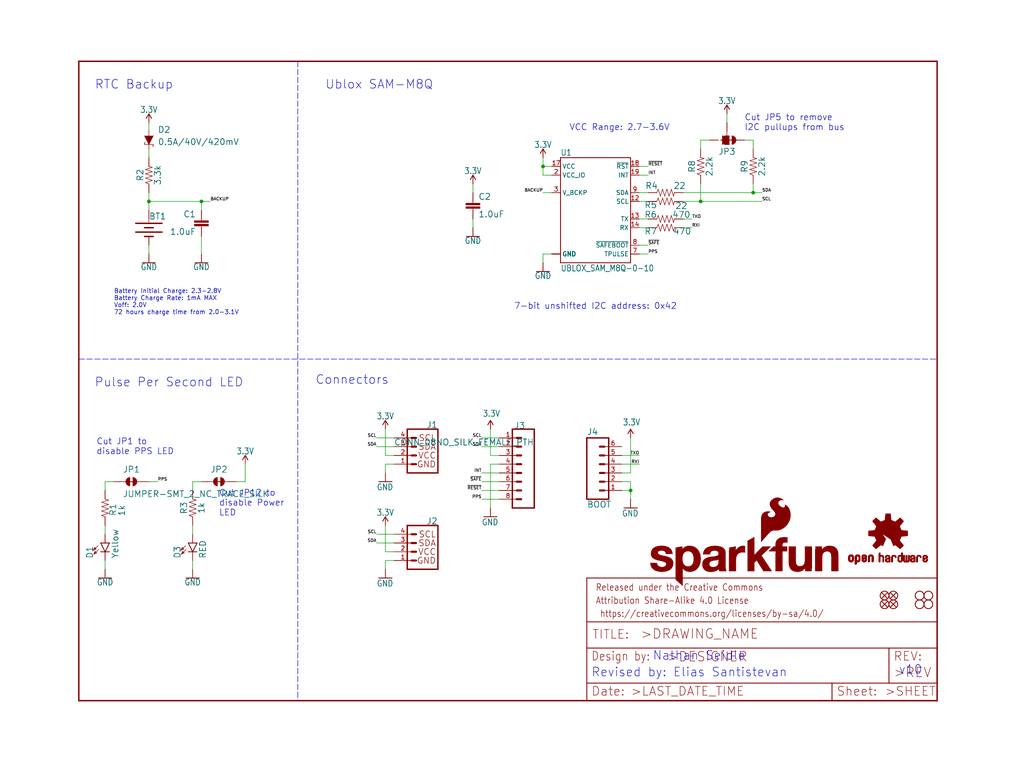
<source format=kicad_sch>
(kicad_sch (version 20211123) (generator eeschema)
  (paper "User" 297.002 223.926)
  (lib_symbols
    (symbol "schematicEagle-eagle-import:1.0UF-0603-16V-10%"
      (property "Reference" "C" (at 1.524 2.921 0))
      (property "Value" "1.0UF-0603-16V-10%" (at 1.524 -2.159 0))
      (symbol "1.0UF-0603-16V-10%_1_0"
        (pin passive line (at 0 5.08 270) (length 2.54) (name "1") (number "1"))
        (pin passive line (at 0 -2.54 90) (length 2.54) (name "2") (number "2"))
      )
    )
    (symbol "schematicEagle-eagle-import:1KOHM-0603-1{slash}10W-1%"
      (property "Reference" "R" (at 0 1.524 0))
      (property "Value" "1KOHM-0603-1{slash}10W-1%" (at 0 -1.524 0))
      (symbol "1KOHM-0603-1{slash}10W-1%_1_0"
        (pin passive line (at -5.08 0 0) (length 2.54) (name "1") (number "1"))
        (pin passive line (at 5.08 0 180) (length 2.54) (name "2") (number "2"))
      )
    )
    (symbol "schematicEagle-eagle-import:2.2KOHM-0603-1{slash}10W-1%"
      (property "Reference" "R" (at 0 1.524 0))
      (property "Value" "2.2KOHM-0603-1{slash}10W-1%" (at 0 -1.524 0))
      (symbol "2.2KOHM-0603-1{slash}10W-1%_1_0"
        (pin passive line (at -5.08 0 0) (length 2.54) (name "1") (number "1"))
        (pin passive line (at 5.08 0 180) (length 2.54) (name "2") (number "2"))
      )
    )
    (symbol "schematicEagle-eagle-import:22OHM-0603-1{slash}10W-1%"
      (property "Reference" "R" (at 0 1.524 0))
      (property "Value" "22OHM-0603-1{slash}10W-1%" (at 0 -1.524 0))
      (symbol "22OHM-0603-1{slash}10W-1%_1_0"
        (pin passive line (at -5.08 0 0) (length 2.54) (name "1") (number "1"))
        (pin passive line (at 5.08 0 180) (length 2.54) (name "2") (number "2"))
      )
    )
    (symbol "schematicEagle-eagle-import:3.3KOHM-0603-1{slash}10W-1%"
      (property "Reference" "R" (at 0 1.524 0))
      (property "Value" "3.3KOHM-0603-1{slash}10W-1%" (at 0 -1.524 0))
      (symbol "3.3KOHM-0603-1{slash}10W-1%_1_0"
        (pin passive line (at -5.08 0 0) (length 2.54) (name "1") (number "1"))
        (pin passive line (at 5.08 0 180) (length 2.54) (name "2") (number "2"))
      )
    )
    (symbol "schematicEagle-eagle-import:3.3V" (power)
      (property "Value" "3.3V" (at 0 2.794 0))
      (symbol "3.3V_1_0"
        (pin power_in line (at 0 0 90) (length 2.54) (name "3.3V") (number "1"))
      )
    )
    (symbol "schematicEagle-eagle-import:470OHM-0603-1{slash}10W-1%"
      (property "Reference" "R" (at 0 1.524 0))
      (property "Value" "470OHM-0603-1{slash}10W-1%" (at 0 -1.524 0))
      (symbol "470OHM-0603-1{slash}10W-1%_1_0"
        (pin passive line (at -5.08 0 0) (length 2.54) (name "1") (number "1"))
        (pin passive line (at 5.08 0 180) (length 2.54) (name "2") (number "2"))
      )
    )
    (symbol "schematicEagle-eagle-import:CONN_06NO_SILK_NO_POP"
      (property "Reference" "J" (at -5.08 10.668 0))
      (property "Value" "CONN_06NO_SILK_NO_POP" (at -5.08 -9.906 0))
      (symbol "CONN_06NO_SILK_NO_POP_1_0"
        (pin passive line (at 5.08 -5.08 180) (length 5.08) (name "1") (number "1"))
        (pin passive line (at 5.08 -2.54 180) (length 5.08) (name "2") (number "2"))
        (pin passive line (at 5.08 0 180) (length 5.08) (name "3") (number "3"))
        (pin passive line (at 5.08 2.54 180) (length 5.08) (name "4") (number "4"))
        (pin passive line (at 5.08 5.08 180) (length 5.08) (name "5") (number "5"))
        (pin passive line (at 5.08 7.62 180) (length 5.08) (name "6") (number "6"))
      )
    )
    (symbol "schematicEagle-eagle-import:CONN_08NO_SILK_FEMALE_PTH"
      (property "Reference" "J" (at -5.08 13.208 0))
      (property "Value" "CONN_08NO_SILK_FEMALE_PTH" (at -5.08 -12.446 0))
      (symbol "CONN_08NO_SILK_FEMALE_PTH_1_0"
        (pin passive line (at 5.08 -7.62 180) (length 5.08) (name "1") (number "1"))
        (pin passive line (at 5.08 -5.08 180) (length 5.08) (name "2") (number "2"))
        (pin passive line (at 5.08 -2.54 180) (length 5.08) (name "3") (number "3"))
        (pin passive line (at 5.08 0 180) (length 5.08) (name "4") (number "4"))
        (pin passive line (at 5.08 2.54 180) (length 5.08) (name "5") (number "5"))
        (pin passive line (at 5.08 5.08 180) (length 5.08) (name "6") (number "6"))
        (pin passive line (at 5.08 7.62 180) (length 5.08) (name "7") (number "7"))
        (pin passive line (at 5.08 10.16 180) (length 5.08) (name "8") (number "8"))
      )
    )
    (symbol "schematicEagle-eagle-import:DIODE-SCHOTTKY-PMEG4005EJ"
      (property "Reference" "D" (at -2.54 2.032 0))
      (property "Value" "DIODE-SCHOTTKY-PMEG4005EJ" (at -2.54 -2.032 0))
      (symbol "DIODE-SCHOTTKY-PMEG4005EJ_1_0"
        (pin passive line (at -2.54 0 0) (length 0) (name "A") (number "A"))
        (pin passive line (at 2.54 0 180) (length 0) (name "C") (number "C"))
      )
    )
    (symbol "schematicEagle-eagle-import:FIDUCIALUFIDUCIAL")
    (symbol "schematicEagle-eagle-import:FRAME-LETTER"
      (symbol "FRAME-LETTER_2_0"
        (text " https://creativecommons.org/licenses/by-sa/4.0/" (at 2.54 24.13 0) (effects (font (size 1.9304 1.6408)) (justify left bottom)))
        (text ">DESIGNER" (at 23.114 11.176 0) (effects (font (size 2.7432 2.7432)) (justify left bottom)))
        (text ">DRAWING_NAME" (at 15.494 17.78 0) (effects (font (size 2.7432 2.7432)) (justify left bottom)))
        (text ">LAST_DATE_TIME" (at 12.7 1.27 0) (effects (font (size 2.54 2.54)) (justify left bottom)))
        (text ">REV" (at 88.9 6.604 0) (effects (font (size 2.7432 2.7432)) (justify left bottom)))
        (text ">SHEET" (at 86.36 1.27 0) (effects (font (size 2.54 2.54)) (justify left bottom)))
        (text "Attribution Share-Alike 4.0 License" (at 2.54 27.94 0) (effects (font (size 1.9304 1.6408)) (justify left bottom)))
        (text "Date:" (at 1.27 1.27 0) (effects (font (size 2.54 2.54)) (justify left bottom)))
        (text "Design by:" (at 1.27 11.43 0) (effects (font (size 2.54 2.159)) (justify left bottom)))
        (text "Released under the Creative Commons" (at 2.54 31.75 0) (effects (font (size 1.9304 1.6408)) (justify left bottom)))
        (text "REV:" (at 88.9 11.43 0) (effects (font (size 2.54 2.54)) (justify left bottom)))
        (text "Sheet:" (at 72.39 1.27 0) (effects (font (size 2.54 2.54)) (justify left bottom)))
        (text "TITLE:" (at 1.524 17.78 0) (effects (font (size 2.54 2.54)) (justify left bottom)))
      )
    )
    (symbol "schematicEagle-eagle-import:GND" (power)
      (property "Value" "GND" (at 0 -0.254 0))
      (symbol "GND_1_0"
        (pin power_in line (at 0 2.54 270) (length 2.54) (name "GND") (number "1"))
      )
    )
    (symbol "schematicEagle-eagle-import:I2C_STANDARDQWIIC"
      (property "Reference" "J" (at -5.08 7.874 0))
      (property "Value" "I2C_STANDARDQWIIC" (at -5.08 -5.334 0))
      (symbol "I2C_STANDARDQWIIC_1_0"
        (text "GND" (at -4.572 -2.54 0) (effects (font (size 1.778 1.778)) (justify left)))
        (text "SCL" (at -4.572 5.08 0) (effects (font (size 1.778 1.778)) (justify left)))
        (text "SDA" (at -4.572 2.54 0) (effects (font (size 1.778 1.778)) (justify left)))
        (text "VCC" (at -4.572 0 0) (effects (font (size 1.778 1.778)) (justify left)))
        (pin power_in line (at 7.62 -2.54 180) (length 5.08) (name "1") (number "1"))
        (pin power_in line (at 7.62 0 180) (length 5.08) (name "2") (number "2"))
        (pin passive line (at 7.62 2.54 180) (length 5.08) (name "3") (number "3"))
        (pin passive line (at 7.62 5.08 180) (length 5.08) (name "4") (number "4"))
      )
    )
    (symbol "schematicEagle-eagle-import:JUMPER-SMT_2_NC_TRACE_SILK"
      (property "Reference" "JP" (at -2.54 2.54 0))
      (property "Value" "JUMPER-SMT_2_NC_TRACE_SILK" (at -2.54 -2.54 0))
      (symbol "JUMPER-SMT_2_NC_TRACE_SILK_1_0"
        (pin passive line (at -5.08 0 0) (length 2.54) (name "1") (number "1"))
        (pin passive line (at 5.08 0 180) (length 2.54) (name "2") (number "2"))
      )
    )
    (symbol "schematicEagle-eagle-import:JUMPER-SMT_3_2-NC_TRACE_SILK"
      (property "Reference" "JP" (at 2.54 0.381 0))
      (property "Value" "JUMPER-SMT_3_2-NC_TRACE_SILK" (at 2.54 -0.381 0))
      (symbol "JUMPER-SMT_3_2-NC_TRACE_SILK_1_0"
        (pin passive line (at 0 5.08 270) (length 2.54) (name "1") (number "1"))
        (pin passive line (at -5.08 0 0) (length 2.54) (name "2") (number "2"))
        (pin passive line (at 0 -5.08 90) (length 2.54) (name "3") (number "3"))
      )
    )
    (symbol "schematicEagle-eagle-import:LED-RED0603"
      (property "Reference" "D" (at -3.429 -4.572 90))
      (property "Value" "LED-RED0603" (at 1.905 -4.572 90))
      (symbol "LED-RED0603_1_0"
        (pin passive line (at 0 2.54 270) (length 2.54) (name "A") (number "A"))
        (pin passive line (at 0 -5.08 90) (length 2.54) (name "C") (number "C"))
      )
    )
    (symbol "schematicEagle-eagle-import:LED-YELLOW0603"
      (property "Reference" "D" (at -3.429 -4.572 90))
      (property "Value" "LED-YELLOW0603" (at 1.905 -4.572 90))
      (symbol "LED-YELLOW0603_1_0"
        (pin passive line (at 0 2.54 270) (length 2.54) (name "A") (number "A"))
        (pin passive line (at 0 -5.08 90) (length 2.54) (name "C") (number "C"))
      )
    )
    (symbol "schematicEagle-eagle-import:ML414H_IV01E_BATTERY"
      (property "Reference" "BT" (at 0 4.318 0))
      (property "Value" "ML414H_IV01E_BATTERY" (at 0 -4.318 0))
      (symbol "ML414H_IV01E_BATTERY_1_0"
        (pin power_in line (at -5.08 0 0) (length 2.54) (name "+") (number "+"))
        (pin power_in line (at 5.08 0 180) (length 2.54) (name "-") (number "-"))
      )
    )
    (symbol "schematicEagle-eagle-import:OSHW-LOGOM")
    (symbol "schematicEagle-eagle-import:SFE_LOGO_NAME_FLAME.2_INCH")
    (symbol "schematicEagle-eagle-import:STAND-OFF")
    (symbol "schematicEagle-eagle-import:UBLOX_SAM_M8Q-0-10"
      (property "Reference" "U" (at -10.16 15.748 0))
      (property "Value" "UBLOX_SAM_M8Q-0-10" (at -10.16 -17.78 0))
      (symbol "UBLOX_SAM_M8Q-0-10_1_0"
        (pin bidirectional line (at -12.7 -12.7 0) (length 2.54) (name "GND") (number "1"))
        (pin bidirectional line (at -12.7 -12.7 0) (length 2.54) (name "GND") (number "10"))
        (pin bidirectional line (at -12.7 -12.7 0) (length 2.54) (name "GND") (number "11"))
        (pin bidirectional line (at 12.7 2.54 180) (length 2.54) (name "SCL") (number "12"))
        (pin bidirectional line (at 12.7 -2.54 180) (length 2.54) (name "TX") (number "13"))
        (pin bidirectional line (at 12.7 -5.08 180) (length 2.54) (name "RX") (number "14"))
        (pin bidirectional line (at -12.7 -12.7 0) (length 2.54) (name "GND") (number "15"))
        (pin bidirectional line (at -12.7 -12.7 0) (length 2.54) (name "GND") (number "16"))
        (pin bidirectional line (at -12.7 12.7 0) (length 2.54) (name "VCC") (number "17"))
        (pin bidirectional line (at 12.7 12.7 180) (length 2.54) (name "~{RST}") (number "18"))
        (pin bidirectional line (at 12.7 10.16 180) (length 2.54) (name "INT") (number "19"))
        (pin bidirectional line (at -12.7 10.16 0) (length 2.54) (name "VCC_IO") (number "2"))
        (pin bidirectional line (at -12.7 -12.7 0) (length 2.54) (name "GND") (number "20"))
        (pin bidirectional line (at -12.7 5.08 0) (length 2.54) (name "V_BCKP") (number "3"))
        (pin bidirectional line (at -12.7 -12.7 0) (length 2.54) (name "GND") (number "4"))
        (pin bidirectional line (at -12.7 -12.7 0) (length 2.54) (name "GND") (number "5"))
        (pin bidirectional line (at -12.7 -12.7 0) (length 2.54) (name "GND") (number "6"))
        (pin bidirectional line (at 12.7 -12.7 180) (length 2.54) (name "TPULSE") (number "7"))
        (pin bidirectional line (at 12.7 -10.16 180) (length 2.54) (name "~{SAFEBOOT}") (number "8"))
        (pin bidirectional line (at 12.7 5.08 180) (length 2.54) (name "SDA") (number "9"))
      )
    )
  )
  (junction (at 58.42 58.42))
  (junction (at 182.88 142.24))
  (junction (at 157.48 48.26))
  (junction (at 203.2 58.42))
  (junction (at 218.44 55.88))
  (junction (at 43.18 58.42))
  (wire (pts (xy 144.78 132.08) (xy 142.24 132.08)))
  (wire (pts (xy 43.18 58.42) (xy 43.18 60.96)))
  (wire (pts (xy 114.3 157.48) (xy 109.22 157.48)))
  (wire (pts (xy 180.34 132.08) (xy 185.42 132.08)))
  (wire (pts (xy 157.48 73.66) (xy 157.48 76.2)))
  (wire (pts (xy 144.78 144.78) (xy 139.7 144.78)))
  (wire (pts (xy 203.2 53.34) (xy 203.2 58.42)))
  (wire (pts (xy 114.3 154.94) (xy 109.22 154.94)))
  (wire (pts (xy 187.96 58.42) (xy 185.42 58.42)))
  (wire (pts (xy 137.16 66.04) (xy 137.16 63.5)))
  (wire (pts (xy 144.78 127) (xy 139.7 127)))
  (wire (pts (xy 185.42 48.26) (xy 187.96 48.26)))
  (wire (pts (xy 185.42 63.5) (xy 187.96 63.5)))
  (wire (pts (xy 30.48 152.4) (xy 30.48 154.94)))
  (wire (pts (xy 210.82 33.02) (xy 210.82 35.56)))
  (wire (pts (xy 114.3 127) (xy 109.22 127)))
  (wire (pts (xy 58.42 68.58) (xy 58.42 73.66)))
  (wire (pts (xy 182.88 142.24) (xy 182.88 144.78)))
  (wire (pts (xy 144.78 142.24) (xy 139.7 142.24)))
  (wire (pts (xy 160.02 50.8) (xy 157.48 50.8)))
  (wire (pts (xy 58.42 58.42) (xy 43.18 58.42)))
  (wire (pts (xy 43.18 139.7) (xy 45.72 139.7)))
  (wire (pts (xy 68.58 139.7) (xy 71.12 139.7)))
  (wire (pts (xy 160.02 55.88) (xy 157.48 55.88)))
  (wire (pts (xy 55.88 142.24) (xy 55.88 139.7)))
  (wire (pts (xy 111.76 162.56) (xy 111.76 165.1)))
  (wire (pts (xy 198.12 66.04) (xy 200.66 66.04)))
  (wire (pts (xy 180.34 137.16) (xy 182.88 137.16)))
  (wire (pts (xy 144.78 129.54) (xy 139.7 129.54)))
  (wire (pts (xy 218.44 40.64) (xy 215.9 40.64)))
  (wire (pts (xy 114.3 132.08) (xy 111.76 132.08)))
  (wire (pts (xy 185.42 66.04) (xy 187.96 66.04)))
  (wire (pts (xy 157.48 48.26) (xy 160.02 48.26)))
  (wire (pts (xy 160.02 73.66) (xy 157.48 73.66)))
  (wire (pts (xy 142.24 134.62) (xy 142.24 147.32)))
  (wire (pts (xy 137.16 53.34) (xy 137.16 55.88)))
  (wire (pts (xy 114.3 129.54) (xy 109.22 129.54)))
  (wire (pts (xy 144.78 134.62) (xy 142.24 134.62)))
  (wire (pts (xy 58.42 58.42) (xy 58.42 60.96)))
  (wire (pts (xy 187.96 55.88) (xy 185.42 55.88)))
  (wire (pts (xy 218.44 55.88) (xy 220.98 55.88)))
  (wire (pts (xy 71.12 139.7) (xy 71.12 134.62)))
  (polyline (pts (xy 86.36 17.78) (xy 86.36 203.2)))
  (wire (pts (xy 58.42 58.42) (xy 60.96 58.42)))
  (wire (pts (xy 111.76 132.08) (xy 111.76 124.46)))
  (wire (pts (xy 218.44 43.18) (xy 218.44 40.64)))
  (wire (pts (xy 198.12 55.88) (xy 218.44 55.88)))
  (wire (pts (xy 185.42 71.12) (xy 187.96 71.12)))
  (wire (pts (xy 185.42 50.8) (xy 187.96 50.8)))
  (wire (pts (xy 157.48 45.72) (xy 157.48 48.26)))
  (wire (pts (xy 203.2 58.42) (xy 220.98 58.42)))
  (wire (pts (xy 33.02 139.7) (xy 30.48 139.7)))
  (wire (pts (xy 198.12 58.42) (xy 203.2 58.42)))
  (wire (pts (xy 144.78 137.16) (xy 139.7 137.16)))
  (wire (pts (xy 180.34 139.7) (xy 182.88 139.7)))
  (wire (pts (xy 114.3 160.02) (xy 111.76 160.02)))
  (wire (pts (xy 203.2 43.18) (xy 203.2 40.64)))
  (wire (pts (xy 43.18 43.18) (xy 43.18 45.72)))
  (wire (pts (xy 111.76 160.02) (xy 111.76 152.4)))
  (wire (pts (xy 185.42 73.66) (xy 187.96 73.66)))
  (wire (pts (xy 55.88 165.1) (xy 55.88 162.56)))
  (wire (pts (xy 142.24 132.08) (xy 142.24 124.46)))
  (wire (pts (xy 180.34 134.62) (xy 185.42 134.62)))
  (wire (pts (xy 218.44 53.34) (xy 218.44 55.88)))
  (wire (pts (xy 43.18 71.12) (xy 43.18 73.66)))
  (wire (pts (xy 144.78 139.7) (xy 139.7 139.7)))
  (polyline (pts (xy 22.86 104.14) (xy 271.78 104.14)))
  (wire (pts (xy 114.3 162.56) (xy 111.76 162.56)))
  (wire (pts (xy 114.3 134.62) (xy 111.76 134.62)))
  (wire (pts (xy 30.48 162.56) (xy 30.48 165.1)))
  (wire (pts (xy 55.88 139.7) (xy 58.42 139.7)))
  (wire (pts (xy 30.48 139.7) (xy 30.48 142.24)))
  (wire (pts (xy 182.88 139.7) (xy 182.88 142.24)))
  (wire (pts (xy 55.88 154.94) (xy 55.88 152.4)))
  (wire (pts (xy 43.18 35.56) (xy 43.18 38.1)))
  (wire (pts (xy 182.88 137.16) (xy 182.88 127)))
  (wire (pts (xy 198.12 63.5) (xy 200.66 63.5)))
  (wire (pts (xy 180.34 142.24) (xy 182.88 142.24)))
  (wire (pts (xy 203.2 40.64) (xy 205.74 40.64)))
  (wire (pts (xy 157.48 50.8) (xy 157.48 48.26)))
  (wire (pts (xy 43.18 55.88) (xy 43.18 58.42)))
  (wire (pts (xy 111.76 134.62) (xy 111.76 137.16)))
  (text "RTC Backup" (at 38.862 24.638 180) (effects (font (size 2.54 2.54))))
  (text "Cut JP12 to\ndisable Power\nLED" (at 63.5 149.86 180) (effects (font (size 1.778 1.778)) (justify left bottom)))
  (text "Revised by: Elias Santistevan" (at 171.45 196.596 180) (effects (font (size 2.54 2.54)) (justify left bottom)))
  (text "v10" (at 260.604 195.834 180) (effects (font (size 2.54 2.54)) (justify left bottom)))
  (text "Nathan Seidle" (at 189.23 191.77 180) (effects (font (size 2.54 2.54)) (justify left bottom)))
  (text "Battery Initial Charge: 2.3-2.8V\nBattery Charge Rate: 1mA MAX\nVoff: 2.0V\n72 hours charge time from 2.0-3.1V" (at 33.02 91.44 0) (effects (font (size 1.27 1.27)) (justify left bottom)))
  (text "Pulse Per Second LED" (at 49.022 110.998 180) (effects (font (size 2.54 2.54))))
  (text "Ublox SAM-M8Q" (at 109.982 24.638 180) (effects (font (size 2.54 2.54))))
  (text "Connectors" (at 91.44 111.76 180) (effects (font (size 2.54 2.54)) (justify left bottom)))
  (text "Cut JP5 to remove\nI2C pullups from bus" (at 215.9 38.1 180) (effects (font (size 1.778 1.778)) (justify left bottom)))
  (text "7-bit unshifted I2C address: 0x42" (at 172.72 88.9 180) (effects (font (size 1.778 1.778))))
  (text "VCC Range: 2.7-3.6V" (at 165.1 38.1 180) (effects (font (size 1.778 1.778)) (justify left bottom)))
  (text "Cut JP1 to\ndisable PPS LED" (at 27.94 132.08 180) (effects (font (size 1.778 1.778)) (justify left bottom)))
  (label "~{SAFE}" (at 187.96 71.12 0) (effects (font (size 0.889 0.889))))
  (label "TXO" (at 185.42 132.08 180) (effects (font (size 0.889 0.889))))
  (label "SCL" (at 220.98 58.42 0) (effects (font (size 0.889 0.889))))
  (label "INT" (at 187.96 50.8 0) (effects (font (size 0.889 0.889))))
  (label "SDA" (at 109.22 129.54 180) (effects (font (size 0.889 0.889))))
  (label "~{RESET}" (at 139.7 142.24 180) (effects (font (size 0.889 0.889))))
  (label "PPS" (at 187.96 73.66 0) (effects (font (size 0.889 0.889))))
  (label "~{SAFE}" (at 139.7 139.7 180) (effects (font (size 0.889 0.889))))
  (label "SDA" (at 109.22 157.48 180) (effects (font (size 0.889 0.889))))
  (label "SCL" (at 109.22 154.94 180) (effects (font (size 0.889 0.889))))
  (label "SDA" (at 220.98 55.88 0) (effects (font (size 0.889 0.889))))
  (label "PPS" (at 139.7 144.78 180) (effects (font (size 0.889 0.889))))
  (label "INT" (at 139.7 137.16 180) (effects (font (size 0.889 0.889))))
  (label "TXO" (at 200.66 63.5 0) (effects (font (size 0.889 0.889))))
  (label "RXI" (at 200.66 66.04 0) (effects (font (size 0.889 0.889))))
  (label "RXI" (at 185.42 134.62 180) (effects (font (size 0.889 0.889))))
  (label "BACKUP" (at 60.96 58.42 0) (effects (font (size 0.889 0.889))))
  (label "SCL" (at 139.7 127 180) (effects (font (size 0.889 0.889))))
  (label "PPS" (at 45.72 139.7 0) (effects (font (size 0.889 0.889))))
  (label "BACKUP" (at 157.48 55.88 180) (effects (font (size 0.889 0.889))))
  (label "SDA" (at 139.7 129.54 180) (effects (font (size 0.889 0.889))))
  (label "~{RESET}" (at 187.96 48.26 0) (effects (font (size 0.889 0.889))))
  (label "SCL" (at 109.22 127 180) (effects (font (size 0.889 0.889))))
  (symbol (lib_id "schematicEagle-eagle-import:CONN_08NO_SILK_FEMALE_PTH") (at 149.86 134.62 180) (unit 1)
    (property "Reference" "J3" (at 152.4 122.428 0) (effects (font (size 1.778 1.778)) (justify left bottom)))
    (property "Value" "CONN_08NO_SILK_FEMALE_PTH" (at 154.94 127.254 0) (effects (font (size 1.778 1.778)) (justify left bottom)))
    (property "Footprint" "schematicEagle:1X08_NO_SILK" (effects hide))
  )
  (symbol (lib_id "schematicEagle-eagle-import:LED-YELLOW0603") (at 30.48 157.48 0) (unit 1)
    (property "Reference" "D1" (at 27.051 162.052 90) (effects (font (size 1.778 1.778)) (justify left bottom)))
    (property "Value" "Yellow" (at 32.385 162.052 90) (effects (font (size 1.778 1.778)) (justify left top)))
    (property "Footprint" "schematicEagle:LED-0603" (effects hide))
  )
  (symbol (lib_id "schematicEagle-eagle-import:3.3V") (at 43.18 35.56 0) (unit 1)
    (property "Reference" "#SUPPLY1" (effects hide))
    (property "Value" "3.3V" (at 43.18 32.766 0) (effects (font (size 1.778 1.5113)) (justify bottom)))
    (property "Footprint" "schematicEagle:" (effects hide))
  )
  (symbol (lib_id "schematicEagle-eagle-import:GND") (at 58.42 76.2 0) (unit 1)
    (property "Reference" "#GND4" (effects hide))
    (property "Value" "GND" (at 58.42 76.454 0) (effects (font (size 1.778 1.5113)) (justify top)))
    (property "Footprint" "schematicEagle:" (effects hide))
  )
  (symbol (lib_id "schematicEagle-eagle-import:STAND-OFF") (at 266.7 175.26 0) (unit 1)
    (property "Reference" "H2" (effects hide))
    (property "Value" "STAND-OFF" (effects hide))
    (property "Footprint" "schematicEagle:STAND-OFF" (effects hide))
  )
  (symbol (lib_id "schematicEagle-eagle-import:JUMPER-SMT_2_NC_TRACE_SILK") (at 63.5 139.7 0) (unit 1)
    (property "Reference" "JP2" (at 60.96 137.16 0) (effects (font (size 1.778 1.778)) (justify left bottom)))
    (property "Value" "JUMPER-SMT_2_NC_TRACE_SILK" (effects hide))
    (property "Footprint" "schematicEagle:SMT-JUMPER_2_NC_TRACE_SILK" (effects hide))
  )
  (symbol (lib_id "schematicEagle-eagle-import:3.3KOHM-0603-1{slash}10W-1%") (at 43.18 50.8 90) (unit 1)
    (property "Reference" "R2" (at 41.656 50.8 0) (effects (font (size 1.778 1.778)) (justify bottom)))
    (property "Value" "3.3k" (at 44.704 50.8 0) (effects (font (size 1.778 1.778)) (justify top)))
    (property "Footprint" "schematicEagle:0603" (effects hide))
  )
  (symbol (lib_id "schematicEagle-eagle-import:1KOHM-0603-1{slash}10W-1%") (at 55.88 147.32 90) (unit 1)
    (property "Reference" "R3" (at 54.356 147.32 0) (effects (font (size 1.778 1.778)) (justify bottom)))
    (property "Value" "1k" (at 57.404 147.32 0) (effects (font (size 1.778 1.778)) (justify top)))
    (property "Footprint" "schematicEagle:0603" (effects hide))
  )
  (symbol (lib_id "schematicEagle-eagle-import:STAND-OFF") (at 269.24 175.26 0) (unit 1)
    (property "Reference" "H4" (effects hide))
    (property "Value" "STAND-OFF" (effects hide))
    (property "Footprint" "schematicEagle:STAND-OFF" (effects hide))
  )
  (symbol (lib_id "schematicEagle-eagle-import:FRAME-LETTER") (at 170.18 203.2 0) (unit 2)
    (property "Reference" "FRAME1" (effects hide))
    (property "Value" "FRAME-LETTER" (effects hide))
    (property "Footprint" "schematicEagle:CREATIVE_COMMONS" (effects hide))
  )
  (symbol (lib_id "schematicEagle-eagle-import:FIDUCIALUFIDUCIAL") (at 259.08 172.72 0) (unit 1)
    (property "Reference" "FD3" (effects hide))
    (property "Value" "FIDUCIALUFIDUCIAL" (effects hide))
    (property "Footprint" "schematicEagle:FIDUCIAL-MICRO" (effects hide))
  )
  (symbol (lib_id "schematicEagle-eagle-import:3.3V") (at 142.24 124.46 0) (unit 1)
    (property "Reference" "#SUPPLY6" (effects hide))
    (property "Value" "3.3V" (at 139.954 120.904 0) (effects (font (size 1.778 1.5113)) (justify left bottom)))
    (property "Footprint" "schematicEagle:" (effects hide))
  )
  (symbol (lib_id "schematicEagle-eagle-import:3.3V") (at 111.76 152.4 0) (unit 1)
    (property "Reference" "#SUPPLY4" (effects hide))
    (property "Value" "3.3V" (at 111.76 149.606 0) (effects (font (size 1.778 1.5113)) (justify bottom)))
    (property "Footprint" "schematicEagle:" (effects hide))
  )
  (symbol (lib_id "schematicEagle-eagle-import:FRAME-LETTER") (at 22.86 203.2 0) (unit 1)
    (property "Reference" "FRAME1" (effects hide))
    (property "Value" "FRAME-LETTER" (effects hide))
    (property "Footprint" "schematicEagle:CREATIVE_COMMONS" (effects hide))
  )
  (symbol (lib_id "schematicEagle-eagle-import:DIODE-SCHOTTKY-PMEG4005EJ") (at 43.18 40.64 270) (unit 1)
    (property "Reference" "D2" (at 45.72 38.608 90) (effects (font (size 1.778 1.778)) (justify left bottom)))
    (property "Value" "0.5A/40V/420mV" (at 45.72 40.132 90) (effects (font (size 1.778 1.778)) (justify left top)))
    (property "Footprint" "schematicEagle:SOD-323" (effects hide))
  )
  (symbol (lib_id "schematicEagle-eagle-import:OSHW-LOGOM") (at 257.556 154.686 0) (unit 1)
    (property "Reference" "LOGO2" (effects hide))
    (property "Value" "OSHW-LOGOM" (effects hide))
    (property "Footprint" "schematicEagle:OSHW-LOGO-M" (effects hide))
  )
  (symbol (lib_id "schematicEagle-eagle-import:STAND-OFF") (at 269.24 172.72 0) (unit 1)
    (property "Reference" "H3" (effects hide))
    (property "Value" "STAND-OFF" (effects hide))
    (property "Footprint" "schematicEagle:STAND-OFF" (effects hide))
  )
  (symbol (lib_id "schematicEagle-eagle-import:LED-RED0603") (at 55.88 157.48 0) (unit 1)
    (property "Reference" "D3" (at 52.451 162.052 90) (effects (font (size 1.778 1.778)) (justify left bottom)))
    (property "Value" "RED" (at 57.785 162.052 90) (effects (font (size 1.778 1.778)) (justify left top)))
    (property "Footprint" "schematicEagle:LED-0603" (effects hide))
  )
  (symbol (lib_id "schematicEagle-eagle-import:CONN_06NO_SILK_NO_POP") (at 175.26 137.16 0) (unit 1)
    (property "Reference" "J4" (at 170.18 126.238 0) (effects (font (size 1.778 1.778)) (justify left bottom)))
    (property "Value" "BOOT" (at 170.18 147.32 0) (effects (font (size 1.778 1.778)) (justify left bottom)))
    (property "Footprint" "schematicEagle:1X06_NO_SILK" (effects hide))
  )
  (symbol (lib_id "schematicEagle-eagle-import:I2C_STANDARDQWIIC") (at 121.92 160.02 0) (mirror y) (unit 1)
    (property "Reference" "J2" (at 127 152.146 0) (effects (font (size 1.778 1.778)) (justify left bottom)))
    (property "Value" "Qwiic Right Angle" (effects hide))
    (property "Footprint" "schematicEagle:JST04_1MM_RA" (effects hide))
  )
  (symbol (lib_id "schematicEagle-eagle-import:22OHM-0603-1{slash}10W-1%") (at 193.04 55.88 0) (unit 1)
    (property "Reference" "R4" (at 188.976 54.864 0) (effects (font (size 1.778 1.778)) (justify bottom)))
    (property "Value" "22" (at 197.104 54.864 0) (effects (font (size 1.778 1.778)) (justify bottom)))
    (property "Footprint" "schematicEagle:0603" (effects hide))
  )
  (symbol (lib_id "schematicEagle-eagle-import:JUMPER-SMT_3_2-NC_TRACE_SILK") (at 210.82 40.64 270) (unit 1)
    (property "Reference" "JP3" (at 208.28 44.958 90) (effects (font (size 1.778 1.778)) (justify left bottom)))
    (property "Value" "JUMPER-SMT_3_2-NC_TRACE_SILK" (effects hide))
    (property "Footprint" "schematicEagle:SMT-JUMPER_3_2-NC_TRACE_SILK" (effects hide))
  )
  (symbol (lib_id "schematicEagle-eagle-import:2.2KOHM-0603-1{slash}10W-1%") (at 203.2 48.26 90) (unit 1)
    (property "Reference" "R8" (at 201.676 48.26 0) (effects (font (size 1.778 1.778)) (justify bottom)))
    (property "Value" "2.2k" (at 204.724 48.26 0) (effects (font (size 1.778 1.778)) (justify top)))
    (property "Footprint" "schematicEagle:0603" (effects hide))
  )
  (symbol (lib_id "schematicEagle-eagle-import:FIDUCIALUFIDUCIAL") (at 256.54 172.72 270) (unit 1)
    (property "Reference" "FD1" (effects hide))
    (property "Value" "FIDUCIALUFIDUCIAL" (effects hide))
    (property "Footprint" "schematicEagle:FIDUCIAL-MICRO" (effects hide))
  )
  (symbol (lib_id "schematicEagle-eagle-import:3.3V") (at 210.82 33.02 0) (unit 1)
    (property "Reference" "#SUPPLY9" (effects hide))
    (property "Value" "3.3V" (at 210.82 30.226 0) (effects (font (size 1.778 1.5113)) (justify bottom)))
    (property "Footprint" "schematicEagle:" (effects hide))
  )
  (symbol (lib_id "schematicEagle-eagle-import:SFE_LOGO_NAME_FLAME.2_INCH") (at 187.96 170.18 0) (unit 1)
    (property "Reference" "LOGO1" (effects hide))
    (property "Value" "SFE_LOGO_NAME_FLAME.2_INCH" (effects hide))
    (property "Footprint" "schematicEagle:SFE_LOGO_NAME_FLAME_.2" (effects hide))
  )
  (symbol (lib_id "schematicEagle-eagle-import:3.3V") (at 157.48 45.72 0) (mirror y) (unit 1)
    (property "Reference" "#SUPPLY7" (effects hide))
    (property "Value" "3.3V" (at 157.48 42.926 0) (effects (font (size 1.778 1.5113)) (justify bottom)))
    (property "Footprint" "schematicEagle:" (effects hide))
  )
  (symbol (lib_id "schematicEagle-eagle-import:GND") (at 137.16 68.58 0) (unit 1)
    (property "Reference" "#GND7" (effects hide))
    (property "Value" "GND" (at 137.16 68.834 0) (effects (font (size 1.778 1.5113)) (justify top)))
    (property "Footprint" "schematicEagle:" (effects hide))
  )
  (symbol (lib_id "schematicEagle-eagle-import:GND") (at 157.48 78.74 0) (unit 1)
    (property "Reference" "#GND9" (effects hide))
    (property "Value" "GND" (at 157.48 78.994 0) (effects (font (size 1.778 1.5113)) (justify top)))
    (property "Footprint" "schematicEagle:" (effects hide))
  )
  (symbol (lib_id "schematicEagle-eagle-import:GND") (at 30.48 167.64 0) (unit 1)
    (property "Reference" "#GND1" (effects hide))
    (property "Value" "GND" (at 30.48 167.894 0) (effects (font (size 1.778 1.5113)) (justify top)))
    (property "Footprint" "schematicEagle:" (effects hide))
  )
  (symbol (lib_id "schematicEagle-eagle-import:470OHM-0603-1{slash}10W-1%") (at 193.04 66.04 0) (unit 1)
    (property "Reference" "R7" (at 188.722 68.072 0) (effects (font (size 1.778 1.778)) (justify bottom)))
    (property "Value" "470" (at 197.866 68.072 0) (effects (font (size 1.778 1.778)) (justify bottom)))
    (property "Footprint" "schematicEagle:0603" (effects hide))
  )
  (symbol (lib_id "schematicEagle-eagle-import:3.3V") (at 137.16 53.34 0) (mirror y) (unit 1)
    (property "Reference" "#SUPPLY5" (effects hide))
    (property "Value" "3.3V" (at 137.16 50.546 0) (effects (font (size 1.778 1.5113)) (justify bottom)))
    (property "Footprint" "schematicEagle:" (effects hide))
  )
  (symbol (lib_id "schematicEagle-eagle-import:I2C_STANDARDQWIIC") (at 121.92 132.08 0) (mirror y) (unit 1)
    (property "Reference" "J1" (at 127 124.206 0) (effects (font (size 1.778 1.778)) (justify left bottom)))
    (property "Value" "Qwiic Right Angle" (effects hide))
    (property "Footprint" "schematicEagle:JST04_1MM_RA" (effects hide))
  )
  (symbol (lib_id "schematicEagle-eagle-import:GND") (at 142.24 149.86 0) (unit 1)
    (property "Reference" "#GND8" (effects hide))
    (property "Value" "GND" (at 139.7 152.4 0) (effects (font (size 1.778 1.5113)) (justify left bottom)))
    (property "Footprint" "schematicEagle:" (effects hide))
  )
  (symbol (lib_id "schematicEagle-eagle-import:3.3V") (at 182.88 127 0) (unit 1)
    (property "Reference" "#SUPPLY8" (effects hide))
    (property "Value" "3.3V" (at 180.594 123.444 0) (effects (font (size 1.778 1.5113)) (justify left bottom)))
    (property "Footprint" "schematicEagle:" (effects hide))
  )
  (symbol (lib_id "schematicEagle-eagle-import:GND") (at 111.76 139.7 0) (unit 1)
    (property "Reference" "#GND5" (effects hide))
    (property "Value" "GND" (at 109.22 142.24 0) (effects (font (size 1.778 1.5113)) (justify left bottom)))
    (property "Footprint" "schematicEagle:" (effects hide))
  )
  (symbol (lib_id "schematicEagle-eagle-import:UBLOX_SAM_M8Q-0-10") (at 172.72 60.96 0) (unit 1)
    (property "Reference" "U1" (at 162.56 45.212 0) (effects (font (size 1.778 1.5113)) (justify left bottom)))
    (property "Value" "UBLOX_SAM_M8Q-0-10" (at 162.56 78.74 0) (effects (font (size 1.778 1.5113)) (justify left bottom)))
    (property "Footprint" "schematicEagle:SAM-M8Q" (effects hide))
  )
  (symbol (lib_id "schematicEagle-eagle-import:ML414H_IV01E_BATTERY") (at 43.18 66.04 270) (unit 1)
    (property "Reference" "BT1" (at 45.72 63.754 90) (effects (font (size 1.778 1.778)) (justify bottom)))
    (property "Value" "6.8MM_COIN_CELL" (effects hide))
    (property "Footprint" "schematicEagle:ML414H_IV01E" (effects hide))
  )
  (symbol (lib_id "schematicEagle-eagle-import:GND") (at 43.18 76.2 0) (unit 1)
    (property "Reference" "#GND2" (effects hide))
    (property "Value" "GND" (at 43.18 76.454 0) (effects (font (size 1.778 1.5113)) (justify top)))
    (property "Footprint" "schematicEagle:" (effects hide))
  )
  (symbol (lib_id "schematicEagle-eagle-import:GND") (at 182.88 147.32 0) (unit 1)
    (property "Reference" "#GND10" (effects hide))
    (property "Value" "GND" (at 180.34 149.86 0) (effects (font (size 1.778 1.5113)) (justify left bottom)))
    (property "Footprint" "schematicEagle:" (effects hide))
  )
  (symbol (lib_id "schematicEagle-eagle-import:JUMPER-SMT_2_NC_TRACE_SILK") (at 38.1 139.7 0) (unit 1)
    (property "Reference" "JP1" (at 35.56 137.16 0) (effects (font (size 1.778 1.778)) (justify left bottom)))
    (property "Value" "JUMPER-SMT_2_NC_TRACE_SILK" (at 35.56 142.24 0) (effects (font (size 1.778 1.778)) (justify left top)))
    (property "Footprint" "schematicEagle:SMT-JUMPER_2_NC_TRACE_SILK" (effects hide))
  )
  (symbol (lib_id "schematicEagle-eagle-import:3.3V") (at 71.12 134.62 0) (unit 1)
    (property "Reference" "#SUPPLY2" (effects hide))
    (property "Value" "3.3V" (at 71.12 131.826 0) (effects (font (size 1.778 1.5113)) (justify bottom)))
    (property "Footprint" "schematicEagle:" (effects hide))
  )
  (symbol (lib_id "schematicEagle-eagle-import:1.0UF-0603-16V-10%") (at 137.16 60.96 0) (unit 1)
    (property "Reference" "C2" (at 138.684 58.039 0) (effects (font (size 1.778 1.778)) (justify left bottom)))
    (property "Value" "1.0uF" (at 138.684 63.119 0) (effects (font (size 1.778 1.778)) (justify left bottom)))
    (property "Footprint" "schematicEagle:0603" (effects hide))
  )
  (symbol (lib_id "schematicEagle-eagle-import:1KOHM-0603-1{slash}10W-1%") (at 30.48 147.32 90) (unit 1)
    (property "Reference" "R1" (at 33.782 147.828 0) (effects (font (size 1.778 1.778)) (justify bottom)))
    (property "Value" "1k" (at 36.322 148.082 0) (effects (font (size 1.778 1.778)) (justify bottom)))
    (property "Footprint" "schematicEagle:0603" (effects hide))
  )
  (symbol (lib_id "schematicEagle-eagle-import:3.3V") (at 111.76 124.46 0) (unit 1)
    (property "Reference" "#SUPPLY3" (effects hide))
    (property "Value" "3.3V" (at 111.76 121.666 0) (effects (font (size 1.778 1.5113)) (justify bottom)))
    (property "Footprint" "schematicEagle:" (effects hide))
  )
  (symbol (lib_id "schematicEagle-eagle-import:FIDUCIALUFIDUCIAL") (at 259.08 175.26 270) (unit 1)
    (property "Reference" "FD4" (effects hide))
    (property "Value" "FIDUCIALUFIDUCIAL" (effects hide))
    (property "Footprint" "schematicEagle:FIDUCIAL-MICRO" (effects hide))
  )
  (symbol (lib_id "schematicEagle-eagle-import:22OHM-0603-1{slash}10W-1%") (at 193.04 58.42 0) (unit 1)
    (property "Reference" "R5" (at 188.722 60.452 0) (effects (font (size 1.778 1.778)) (justify bottom)))
    (property "Value" "22" (at 197.612 60.706 0) (effects (font (size 1.778 1.778)) (justify bottom)))
    (property "Footprint" "schematicEagle:0603" (effects hide))
  )
  (symbol (lib_id "schematicEagle-eagle-import:GND") (at 111.76 167.64 0) (unit 1)
    (property "Reference" "#GND6" (effects hide))
    (property "Value" "GND" (at 109.22 170.18 0) (effects (font (size 1.778 1.5113)) (justify left bottom)))
    (property "Footprint" "schematicEagle:" (effects hide))
  )
  (symbol (lib_id "schematicEagle-eagle-import:1.0UF-0603-16V-10%") (at 58.42 66.04 0) (mirror y) (unit 1)
    (property "Reference" "C1" (at 56.896 63.119 0) (effects (font (size 1.778 1.778)) (justify left bottom)))
    (property "Value" "1.0uF" (at 56.896 68.199 0) (effects (font (size 1.778 1.778)) (justify left bottom)))
    (property "Footprint" "schematicEagle:0603" (effects hide))
  )
  (symbol (lib_id "schematicEagle-eagle-import:2.2KOHM-0603-1{slash}10W-1%") (at 218.44 48.26 90) (unit 1)
    (property "Reference" "R9" (at 216.916 48.26 0) (effects (font (size 1.778 1.778)) (justify bottom)))
    (property "Value" "2.2k" (at 219.964 48.26 0) (effects (font (size 1.778 1.778)) (justify top)))
    (property "Footprint" "schematicEagle:0603" (effects hide))
  )
  (symbol (lib_id "schematicEagle-eagle-import:GND") (at 55.88 167.64 0) (unit 1)
    (property "Reference" "#GND3" (effects hide))
    (property "Value" "GND" (at 55.88 167.894 0) (effects (font (size 1.778 1.5113)) (justify top)))
    (property "Footprint" "schematicEagle:" (effects hide))
  )
  (symbol (lib_id "schematicEagle-eagle-import:FIDUCIALUFIDUCIAL") (at 256.54 175.26 270) (unit 1)
    (property "Reference" "FD2" (effects hide))
    (property "Value" "FIDUCIALUFIDUCIAL" (effects hide))
    (property "Footprint" "schematicEagle:FIDUCIAL-MICRO" (effects hide))
  )
  (symbol (lib_id "schematicEagle-eagle-import:470OHM-0603-1{slash}10W-1%") (at 193.04 63.5 0) (unit 1)
    (property "Reference" "R6" (at 188.722 63.246 0) (effects (font (size 1.778 1.778)) (justify bottom)))
    (property "Value" "470" (at 197.612 63.246 0) (effects (font (size 1.778 1.778)) (justify bottom)))
    (property "Footprint" "schematicEagle:0603" (effects hide))
  )
  (symbol (lib_id "schematicEagle-eagle-import:STAND-OFF") (at 266.7 172.72 0) (unit 1)
    (property "Reference" "H1" (effects hide))
    (property "Value" "STAND-OFF" (effects hide))
    (property "Footprint" "schematicEagle:STAND-OFF" (effects hide))
  )
)
</source>
